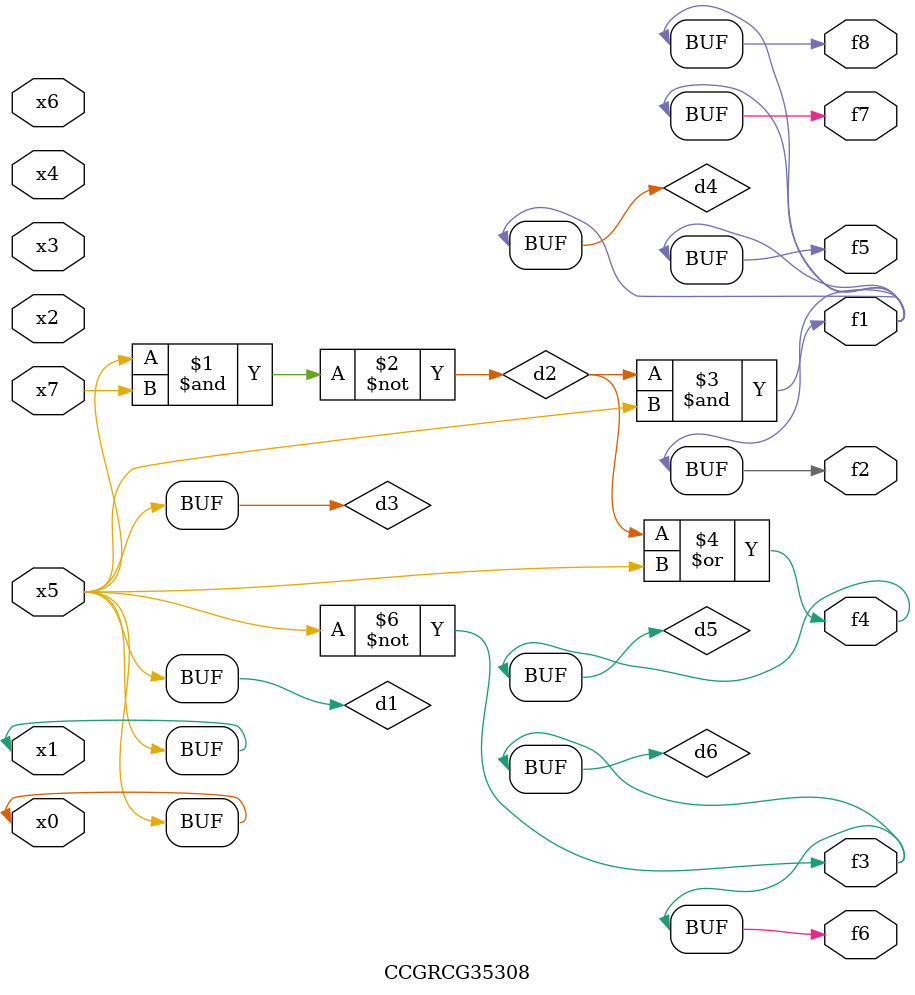
<source format=v>
module CCGRCG35308(
	input x0, x1, x2, x3, x4, x5, x6, x7,
	output f1, f2, f3, f4, f5, f6, f7, f8
);

	wire d1, d2, d3, d4, d5, d6;

	buf (d1, x0, x5);
	nand (d2, x5, x7);
	buf (d3, x0, x1);
	and (d4, d2, d3);
	or (d5, d2, d3);
	nor (d6, d1, d3);
	assign f1 = d4;
	assign f2 = d4;
	assign f3 = d6;
	assign f4 = d5;
	assign f5 = d4;
	assign f6 = d6;
	assign f7 = d4;
	assign f8 = d4;
endmodule

</source>
